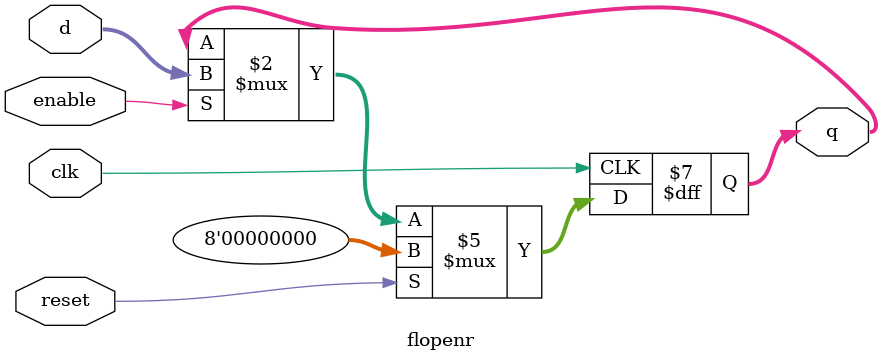
<source format=sv>

module flopenr#(parameter width =8)(input logic clk, reset,enable, input logic [width -1:0] d, output logic [width -1:0] q );

always_ff @(posedge clk)
if (reset) q <= 0;
else if(enable) q <= d;

endmodule 
</source>
